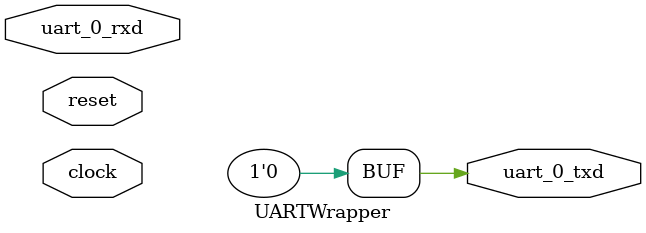
<source format=v>
`ifdef RANDOMIZE_GARBAGE_ASSIGN
`define RANDOMIZE
`endif
`ifdef RANDOMIZE_INVALID_ASSIGN
`define RANDOMIZE
`endif
`ifdef RANDOMIZE_REG_INIT
`define RANDOMIZE
`endif
`ifdef RANDOMIZE_MEM_INIT
`define RANDOMIZE
`endif

module UARTWrapper(
  input   clock,
  input   reset,
  output  uart_0_txd,
  input   uart_0_rxd
);
  assign uart_0_txd = 1'h0;
endmodule

</source>
